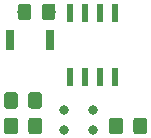
<source format=gbr>
G04 #@! TF.GenerationSoftware,KiCad,Pcbnew,(5.0.1)-4*
G04 #@! TF.CreationDate,2019-02-09T15:25:37-05:00*
G04 #@! TF.ProjectId,noname.kicad_pcb_V1_2,6E6F6E616D652E6B696361645F706362,rev?*
G04 #@! TF.SameCoordinates,Original*
G04 #@! TF.FileFunction,Paste,Top*
G04 #@! TF.FilePolarity,Positive*
%FSLAX46Y46*%
G04 Gerber Fmt 4.6, Leading zero omitted, Abs format (unit mm)*
G04 Created by KiCad (PCBNEW (5.0.1)-4) date 2/9/2019 3:25:37 PM*
%MOMM*%
%LPD*%
G01*
G04 APERTURE LIST*
%ADD10R,0.800000X1.700000*%
%ADD11C,0.800000*%
%ADD12R,0.600000X1.550000*%
%ADD13C,0.100000*%
%ADD14C,1.150000*%
G04 APERTURE END LIST*
D10*
G04 #@! TO.C,SW1*
X103392500Y-56007000D03*
X106792500Y-56007000D03*
G04 #@! TD*
D11*
G04 #@! TO.C,MK1*
X110450000Y-61888000D03*
X107990000Y-61888000D03*
X107990000Y-63588000D03*
X110450000Y-63588000D03*
G04 #@! TD*
D12*
G04 #@! TO.C,U1*
X108458000Y-53688000D03*
X109728000Y-53688000D03*
X110998000Y-53688000D03*
X112268000Y-53688000D03*
X112268000Y-59088000D03*
X110998000Y-59088000D03*
X109728000Y-59088000D03*
X108458000Y-59088000D03*
G04 #@! TD*
D13*
G04 #@! TO.C,C1*
G36*
X114785505Y-62547204D02*
X114809773Y-62550804D01*
X114833572Y-62556765D01*
X114856671Y-62565030D01*
X114878850Y-62575520D01*
X114899893Y-62588132D01*
X114919599Y-62602747D01*
X114937777Y-62619223D01*
X114954253Y-62637401D01*
X114968868Y-62657107D01*
X114981480Y-62678150D01*
X114991970Y-62700329D01*
X115000235Y-62723428D01*
X115006196Y-62747227D01*
X115009796Y-62771495D01*
X115011000Y-62795999D01*
X115011000Y-63696001D01*
X115009796Y-63720505D01*
X115006196Y-63744773D01*
X115000235Y-63768572D01*
X114991970Y-63791671D01*
X114981480Y-63813850D01*
X114968868Y-63834893D01*
X114954253Y-63854599D01*
X114937777Y-63872777D01*
X114919599Y-63889253D01*
X114899893Y-63903868D01*
X114878850Y-63916480D01*
X114856671Y-63926970D01*
X114833572Y-63935235D01*
X114809773Y-63941196D01*
X114785505Y-63944796D01*
X114761001Y-63946000D01*
X114110999Y-63946000D01*
X114086495Y-63944796D01*
X114062227Y-63941196D01*
X114038428Y-63935235D01*
X114015329Y-63926970D01*
X113993150Y-63916480D01*
X113972107Y-63903868D01*
X113952401Y-63889253D01*
X113934223Y-63872777D01*
X113917747Y-63854599D01*
X113903132Y-63834893D01*
X113890520Y-63813850D01*
X113880030Y-63791671D01*
X113871765Y-63768572D01*
X113865804Y-63744773D01*
X113862204Y-63720505D01*
X113861000Y-63696001D01*
X113861000Y-62795999D01*
X113862204Y-62771495D01*
X113865804Y-62747227D01*
X113871765Y-62723428D01*
X113880030Y-62700329D01*
X113890520Y-62678150D01*
X113903132Y-62657107D01*
X113917747Y-62637401D01*
X113934223Y-62619223D01*
X113952401Y-62602747D01*
X113972107Y-62588132D01*
X113993150Y-62575520D01*
X114015329Y-62565030D01*
X114038428Y-62556765D01*
X114062227Y-62550804D01*
X114086495Y-62547204D01*
X114110999Y-62546000D01*
X114761001Y-62546000D01*
X114785505Y-62547204D01*
X114785505Y-62547204D01*
G37*
D14*
X114436000Y-63246000D03*
D13*
G36*
X112735505Y-62547204D02*
X112759773Y-62550804D01*
X112783572Y-62556765D01*
X112806671Y-62565030D01*
X112828850Y-62575520D01*
X112849893Y-62588132D01*
X112869599Y-62602747D01*
X112887777Y-62619223D01*
X112904253Y-62637401D01*
X112918868Y-62657107D01*
X112931480Y-62678150D01*
X112941970Y-62700329D01*
X112950235Y-62723428D01*
X112956196Y-62747227D01*
X112959796Y-62771495D01*
X112961000Y-62795999D01*
X112961000Y-63696001D01*
X112959796Y-63720505D01*
X112956196Y-63744773D01*
X112950235Y-63768572D01*
X112941970Y-63791671D01*
X112931480Y-63813850D01*
X112918868Y-63834893D01*
X112904253Y-63854599D01*
X112887777Y-63872777D01*
X112869599Y-63889253D01*
X112849893Y-63903868D01*
X112828850Y-63916480D01*
X112806671Y-63926970D01*
X112783572Y-63935235D01*
X112759773Y-63941196D01*
X112735505Y-63944796D01*
X112711001Y-63946000D01*
X112060999Y-63946000D01*
X112036495Y-63944796D01*
X112012227Y-63941196D01*
X111988428Y-63935235D01*
X111965329Y-63926970D01*
X111943150Y-63916480D01*
X111922107Y-63903868D01*
X111902401Y-63889253D01*
X111884223Y-63872777D01*
X111867747Y-63854599D01*
X111853132Y-63834893D01*
X111840520Y-63813850D01*
X111830030Y-63791671D01*
X111821765Y-63768572D01*
X111815804Y-63744773D01*
X111812204Y-63720505D01*
X111811000Y-63696001D01*
X111811000Y-62795999D01*
X111812204Y-62771495D01*
X111815804Y-62747227D01*
X111821765Y-62723428D01*
X111830030Y-62700329D01*
X111840520Y-62678150D01*
X111853132Y-62657107D01*
X111867747Y-62637401D01*
X111884223Y-62619223D01*
X111902401Y-62602747D01*
X111922107Y-62588132D01*
X111943150Y-62575520D01*
X111965329Y-62565030D01*
X111988428Y-62556765D01*
X112012227Y-62550804D01*
X112036495Y-62547204D01*
X112060999Y-62546000D01*
X112711001Y-62546000D01*
X112735505Y-62547204D01*
X112735505Y-62547204D01*
G37*
D14*
X112386000Y-63246000D03*
G04 #@! TD*
D13*
G04 #@! TO.C,C2*
G36*
X105895505Y-62547204D02*
X105919773Y-62550804D01*
X105943572Y-62556765D01*
X105966671Y-62565030D01*
X105988850Y-62575520D01*
X106009893Y-62588132D01*
X106029599Y-62602747D01*
X106047777Y-62619223D01*
X106064253Y-62637401D01*
X106078868Y-62657107D01*
X106091480Y-62678150D01*
X106101970Y-62700329D01*
X106110235Y-62723428D01*
X106116196Y-62747227D01*
X106119796Y-62771495D01*
X106121000Y-62795999D01*
X106121000Y-63696001D01*
X106119796Y-63720505D01*
X106116196Y-63744773D01*
X106110235Y-63768572D01*
X106101970Y-63791671D01*
X106091480Y-63813850D01*
X106078868Y-63834893D01*
X106064253Y-63854599D01*
X106047777Y-63872777D01*
X106029599Y-63889253D01*
X106009893Y-63903868D01*
X105988850Y-63916480D01*
X105966671Y-63926970D01*
X105943572Y-63935235D01*
X105919773Y-63941196D01*
X105895505Y-63944796D01*
X105871001Y-63946000D01*
X105220999Y-63946000D01*
X105196495Y-63944796D01*
X105172227Y-63941196D01*
X105148428Y-63935235D01*
X105125329Y-63926970D01*
X105103150Y-63916480D01*
X105082107Y-63903868D01*
X105062401Y-63889253D01*
X105044223Y-63872777D01*
X105027747Y-63854599D01*
X105013132Y-63834893D01*
X105000520Y-63813850D01*
X104990030Y-63791671D01*
X104981765Y-63768572D01*
X104975804Y-63744773D01*
X104972204Y-63720505D01*
X104971000Y-63696001D01*
X104971000Y-62795999D01*
X104972204Y-62771495D01*
X104975804Y-62747227D01*
X104981765Y-62723428D01*
X104990030Y-62700329D01*
X105000520Y-62678150D01*
X105013132Y-62657107D01*
X105027747Y-62637401D01*
X105044223Y-62619223D01*
X105062401Y-62602747D01*
X105082107Y-62588132D01*
X105103150Y-62575520D01*
X105125329Y-62565030D01*
X105148428Y-62556765D01*
X105172227Y-62550804D01*
X105196495Y-62547204D01*
X105220999Y-62546000D01*
X105871001Y-62546000D01*
X105895505Y-62547204D01*
X105895505Y-62547204D01*
G37*
D14*
X105546000Y-63246000D03*
D13*
G36*
X103845505Y-62547204D02*
X103869773Y-62550804D01*
X103893572Y-62556765D01*
X103916671Y-62565030D01*
X103938850Y-62575520D01*
X103959893Y-62588132D01*
X103979599Y-62602747D01*
X103997777Y-62619223D01*
X104014253Y-62637401D01*
X104028868Y-62657107D01*
X104041480Y-62678150D01*
X104051970Y-62700329D01*
X104060235Y-62723428D01*
X104066196Y-62747227D01*
X104069796Y-62771495D01*
X104071000Y-62795999D01*
X104071000Y-63696001D01*
X104069796Y-63720505D01*
X104066196Y-63744773D01*
X104060235Y-63768572D01*
X104051970Y-63791671D01*
X104041480Y-63813850D01*
X104028868Y-63834893D01*
X104014253Y-63854599D01*
X103997777Y-63872777D01*
X103979599Y-63889253D01*
X103959893Y-63903868D01*
X103938850Y-63916480D01*
X103916671Y-63926970D01*
X103893572Y-63935235D01*
X103869773Y-63941196D01*
X103845505Y-63944796D01*
X103821001Y-63946000D01*
X103170999Y-63946000D01*
X103146495Y-63944796D01*
X103122227Y-63941196D01*
X103098428Y-63935235D01*
X103075329Y-63926970D01*
X103053150Y-63916480D01*
X103032107Y-63903868D01*
X103012401Y-63889253D01*
X102994223Y-63872777D01*
X102977747Y-63854599D01*
X102963132Y-63834893D01*
X102950520Y-63813850D01*
X102940030Y-63791671D01*
X102931765Y-63768572D01*
X102925804Y-63744773D01*
X102922204Y-63720505D01*
X102921000Y-63696001D01*
X102921000Y-62795999D01*
X102922204Y-62771495D01*
X102925804Y-62747227D01*
X102931765Y-62723428D01*
X102940030Y-62700329D01*
X102950520Y-62678150D01*
X102963132Y-62657107D01*
X102977747Y-62637401D01*
X102994223Y-62619223D01*
X103012401Y-62602747D01*
X103032107Y-62588132D01*
X103053150Y-62575520D01*
X103075329Y-62565030D01*
X103098428Y-62556765D01*
X103122227Y-62550804D01*
X103146495Y-62547204D01*
X103170999Y-62546000D01*
X103821001Y-62546000D01*
X103845505Y-62547204D01*
X103845505Y-62547204D01*
G37*
D14*
X103496000Y-63246000D03*
G04 #@! TD*
D13*
G04 #@! TO.C,C3*
G36*
X104988505Y-52895204D02*
X105012773Y-52898804D01*
X105036572Y-52904765D01*
X105059671Y-52913030D01*
X105081850Y-52923520D01*
X105102893Y-52936132D01*
X105122599Y-52950747D01*
X105140777Y-52967223D01*
X105157253Y-52985401D01*
X105171868Y-53005107D01*
X105184480Y-53026150D01*
X105194970Y-53048329D01*
X105203235Y-53071428D01*
X105209196Y-53095227D01*
X105212796Y-53119495D01*
X105214000Y-53143999D01*
X105214000Y-54044001D01*
X105212796Y-54068505D01*
X105209196Y-54092773D01*
X105203235Y-54116572D01*
X105194970Y-54139671D01*
X105184480Y-54161850D01*
X105171868Y-54182893D01*
X105157253Y-54202599D01*
X105140777Y-54220777D01*
X105122599Y-54237253D01*
X105102893Y-54251868D01*
X105081850Y-54264480D01*
X105059671Y-54274970D01*
X105036572Y-54283235D01*
X105012773Y-54289196D01*
X104988505Y-54292796D01*
X104964001Y-54294000D01*
X104313999Y-54294000D01*
X104289495Y-54292796D01*
X104265227Y-54289196D01*
X104241428Y-54283235D01*
X104218329Y-54274970D01*
X104196150Y-54264480D01*
X104175107Y-54251868D01*
X104155401Y-54237253D01*
X104137223Y-54220777D01*
X104120747Y-54202599D01*
X104106132Y-54182893D01*
X104093520Y-54161850D01*
X104083030Y-54139671D01*
X104074765Y-54116572D01*
X104068804Y-54092773D01*
X104065204Y-54068505D01*
X104064000Y-54044001D01*
X104064000Y-53143999D01*
X104065204Y-53119495D01*
X104068804Y-53095227D01*
X104074765Y-53071428D01*
X104083030Y-53048329D01*
X104093520Y-53026150D01*
X104106132Y-53005107D01*
X104120747Y-52985401D01*
X104137223Y-52967223D01*
X104155401Y-52950747D01*
X104175107Y-52936132D01*
X104196150Y-52923520D01*
X104218329Y-52913030D01*
X104241428Y-52904765D01*
X104265227Y-52898804D01*
X104289495Y-52895204D01*
X104313999Y-52894000D01*
X104964001Y-52894000D01*
X104988505Y-52895204D01*
X104988505Y-52895204D01*
G37*
D14*
X104639000Y-53594000D03*
D13*
G36*
X107038505Y-52895204D02*
X107062773Y-52898804D01*
X107086572Y-52904765D01*
X107109671Y-52913030D01*
X107131850Y-52923520D01*
X107152893Y-52936132D01*
X107172599Y-52950747D01*
X107190777Y-52967223D01*
X107207253Y-52985401D01*
X107221868Y-53005107D01*
X107234480Y-53026150D01*
X107244970Y-53048329D01*
X107253235Y-53071428D01*
X107259196Y-53095227D01*
X107262796Y-53119495D01*
X107264000Y-53143999D01*
X107264000Y-54044001D01*
X107262796Y-54068505D01*
X107259196Y-54092773D01*
X107253235Y-54116572D01*
X107244970Y-54139671D01*
X107234480Y-54161850D01*
X107221868Y-54182893D01*
X107207253Y-54202599D01*
X107190777Y-54220777D01*
X107172599Y-54237253D01*
X107152893Y-54251868D01*
X107131850Y-54264480D01*
X107109671Y-54274970D01*
X107086572Y-54283235D01*
X107062773Y-54289196D01*
X107038505Y-54292796D01*
X107014001Y-54294000D01*
X106363999Y-54294000D01*
X106339495Y-54292796D01*
X106315227Y-54289196D01*
X106291428Y-54283235D01*
X106268329Y-54274970D01*
X106246150Y-54264480D01*
X106225107Y-54251868D01*
X106205401Y-54237253D01*
X106187223Y-54220777D01*
X106170747Y-54202599D01*
X106156132Y-54182893D01*
X106143520Y-54161850D01*
X106133030Y-54139671D01*
X106124765Y-54116572D01*
X106118804Y-54092773D01*
X106115204Y-54068505D01*
X106114000Y-54044001D01*
X106114000Y-53143999D01*
X106115204Y-53119495D01*
X106118804Y-53095227D01*
X106124765Y-53071428D01*
X106133030Y-53048329D01*
X106143520Y-53026150D01*
X106156132Y-53005107D01*
X106170747Y-52985401D01*
X106187223Y-52967223D01*
X106205401Y-52950747D01*
X106225107Y-52936132D01*
X106246150Y-52923520D01*
X106268329Y-52913030D01*
X106291428Y-52904765D01*
X106315227Y-52898804D01*
X106339495Y-52895204D01*
X106363999Y-52894000D01*
X107014001Y-52894000D01*
X107038505Y-52895204D01*
X107038505Y-52895204D01*
G37*
D14*
X106689000Y-53594000D03*
G04 #@! TD*
D13*
G04 #@! TO.C,R1*
G36*
X103845505Y-60388204D02*
X103869773Y-60391804D01*
X103893572Y-60397765D01*
X103916671Y-60406030D01*
X103938850Y-60416520D01*
X103959893Y-60429132D01*
X103979599Y-60443747D01*
X103997777Y-60460223D01*
X104014253Y-60478401D01*
X104028868Y-60498107D01*
X104041480Y-60519150D01*
X104051970Y-60541329D01*
X104060235Y-60564428D01*
X104066196Y-60588227D01*
X104069796Y-60612495D01*
X104071000Y-60636999D01*
X104071000Y-61537001D01*
X104069796Y-61561505D01*
X104066196Y-61585773D01*
X104060235Y-61609572D01*
X104051970Y-61632671D01*
X104041480Y-61654850D01*
X104028868Y-61675893D01*
X104014253Y-61695599D01*
X103997777Y-61713777D01*
X103979599Y-61730253D01*
X103959893Y-61744868D01*
X103938850Y-61757480D01*
X103916671Y-61767970D01*
X103893572Y-61776235D01*
X103869773Y-61782196D01*
X103845505Y-61785796D01*
X103821001Y-61787000D01*
X103170999Y-61787000D01*
X103146495Y-61785796D01*
X103122227Y-61782196D01*
X103098428Y-61776235D01*
X103075329Y-61767970D01*
X103053150Y-61757480D01*
X103032107Y-61744868D01*
X103012401Y-61730253D01*
X102994223Y-61713777D01*
X102977747Y-61695599D01*
X102963132Y-61675893D01*
X102950520Y-61654850D01*
X102940030Y-61632671D01*
X102931765Y-61609572D01*
X102925804Y-61585773D01*
X102922204Y-61561505D01*
X102921000Y-61537001D01*
X102921000Y-60636999D01*
X102922204Y-60612495D01*
X102925804Y-60588227D01*
X102931765Y-60564428D01*
X102940030Y-60541329D01*
X102950520Y-60519150D01*
X102963132Y-60498107D01*
X102977747Y-60478401D01*
X102994223Y-60460223D01*
X103012401Y-60443747D01*
X103032107Y-60429132D01*
X103053150Y-60416520D01*
X103075329Y-60406030D01*
X103098428Y-60397765D01*
X103122227Y-60391804D01*
X103146495Y-60388204D01*
X103170999Y-60387000D01*
X103821001Y-60387000D01*
X103845505Y-60388204D01*
X103845505Y-60388204D01*
G37*
D14*
X103496000Y-61087000D03*
D13*
G36*
X105895505Y-60388204D02*
X105919773Y-60391804D01*
X105943572Y-60397765D01*
X105966671Y-60406030D01*
X105988850Y-60416520D01*
X106009893Y-60429132D01*
X106029599Y-60443747D01*
X106047777Y-60460223D01*
X106064253Y-60478401D01*
X106078868Y-60498107D01*
X106091480Y-60519150D01*
X106101970Y-60541329D01*
X106110235Y-60564428D01*
X106116196Y-60588227D01*
X106119796Y-60612495D01*
X106121000Y-60636999D01*
X106121000Y-61537001D01*
X106119796Y-61561505D01*
X106116196Y-61585773D01*
X106110235Y-61609572D01*
X106101970Y-61632671D01*
X106091480Y-61654850D01*
X106078868Y-61675893D01*
X106064253Y-61695599D01*
X106047777Y-61713777D01*
X106029599Y-61730253D01*
X106009893Y-61744868D01*
X105988850Y-61757480D01*
X105966671Y-61767970D01*
X105943572Y-61776235D01*
X105919773Y-61782196D01*
X105895505Y-61785796D01*
X105871001Y-61787000D01*
X105220999Y-61787000D01*
X105196495Y-61785796D01*
X105172227Y-61782196D01*
X105148428Y-61776235D01*
X105125329Y-61767970D01*
X105103150Y-61757480D01*
X105082107Y-61744868D01*
X105062401Y-61730253D01*
X105044223Y-61713777D01*
X105027747Y-61695599D01*
X105013132Y-61675893D01*
X105000520Y-61654850D01*
X104990030Y-61632671D01*
X104981765Y-61609572D01*
X104975804Y-61585773D01*
X104972204Y-61561505D01*
X104971000Y-61537001D01*
X104971000Y-60636999D01*
X104972204Y-60612495D01*
X104975804Y-60588227D01*
X104981765Y-60564428D01*
X104990030Y-60541329D01*
X105000520Y-60519150D01*
X105013132Y-60498107D01*
X105027747Y-60478401D01*
X105044223Y-60460223D01*
X105062401Y-60443747D01*
X105082107Y-60429132D01*
X105103150Y-60416520D01*
X105125329Y-60406030D01*
X105148428Y-60397765D01*
X105172227Y-60391804D01*
X105196495Y-60388204D01*
X105220999Y-60387000D01*
X105871001Y-60387000D01*
X105895505Y-60388204D01*
X105895505Y-60388204D01*
G37*
D14*
X105546000Y-61087000D03*
G04 #@! TD*
M02*

</source>
